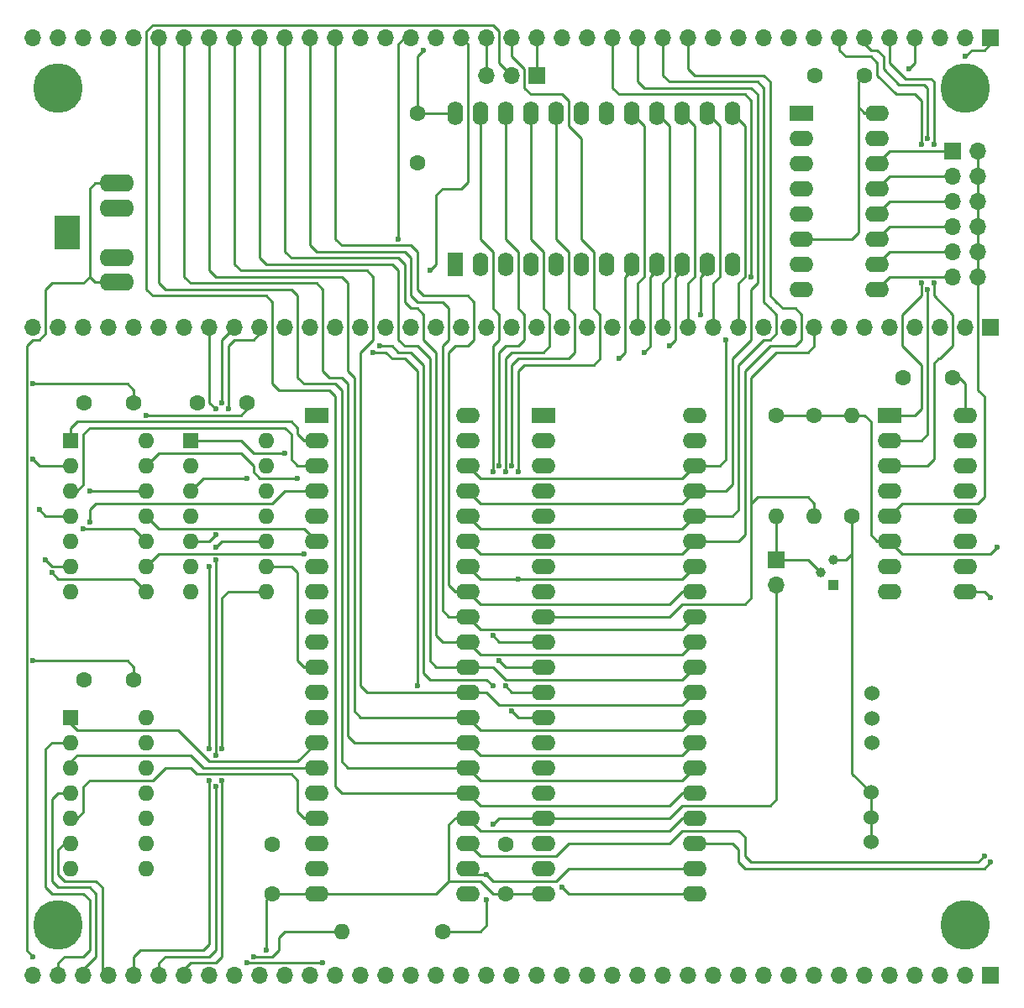
<source format=gtl>
G04 #@! TF.GenerationSoftware,KiCad,Pcbnew,(5.1.5)-3*
G04 #@! TF.CreationDate,2020-10-11T23:01:46+02:00*
G04 #@! TF.ProjectId,PP 6502 Game Board,50502036-3530-4322-9047-616d6520426f,rev?*
G04 #@! TF.SameCoordinates,Original*
G04 #@! TF.FileFunction,Copper,L1,Top*
G04 #@! TF.FilePolarity,Positive*
%FSLAX46Y46*%
G04 Gerber Fmt 4.6, Leading zero omitted, Abs format (unit mm)*
G04 Created by KiCad (PCBNEW (5.1.5)-3) date 2020-10-11 23:01:46*
%MOMM*%
%LPD*%
G04 APERTURE LIST*
%ADD10C,5.000000*%
%ADD11C,1.600000*%
%ADD12R,2.400000X1.600000*%
%ADD13O,2.400000X1.600000*%
%ADD14R,1.700000X1.700000*%
%ADD15O,1.700000X1.700000*%
%ADD16O,1.600000X1.600000*%
%ADD17R,1.600000X1.600000*%
%ADD18R,1.600000X2.400000*%
%ADD19O,1.600000X2.400000*%
%ADD20C,1.000000*%
%ADD21R,1.000000X1.000000*%
%ADD22C,1.524000*%
%ADD23R,2.500000X3.500000*%
%ADD24O,3.500000X1.750000*%
%ADD25C,0.600000*%
%ADD26C,0.250000*%
G04 APERTURE END LIST*
D10*
X104140000Y-140335000D03*
X195580000Y-140335000D03*
X195580000Y-55880000D03*
X104140000Y-55880000D03*
D11*
X125730000Y-137160000D03*
X125730000Y-132160000D03*
X194310000Y-85090000D03*
X189310000Y-85090000D03*
D12*
X179070000Y-58420000D03*
D13*
X186690000Y-76200000D03*
X179070000Y-60960000D03*
X186690000Y-73660000D03*
X179070000Y-63500000D03*
X186690000Y-71120000D03*
X179070000Y-66040000D03*
X186690000Y-68580000D03*
X179070000Y-68580000D03*
X186690000Y-66040000D03*
X179070000Y-71120000D03*
X186690000Y-63500000D03*
X179070000Y-73660000D03*
X186690000Y-60960000D03*
X179070000Y-76200000D03*
X186690000Y-58420000D03*
D12*
X130175000Y-88900000D03*
D13*
X145415000Y-137160000D03*
X130175000Y-91440000D03*
X145415000Y-134620000D03*
X130175000Y-93980000D03*
X145415000Y-132080000D03*
X130175000Y-96520000D03*
X145415000Y-129540000D03*
X130175000Y-99060000D03*
X145415000Y-127000000D03*
X130175000Y-101600000D03*
X145415000Y-124460000D03*
X130175000Y-104140000D03*
X145415000Y-121920000D03*
X130175000Y-106680000D03*
X145415000Y-119380000D03*
X130175000Y-109220000D03*
X145415000Y-116840000D03*
X130175000Y-111760000D03*
X145415000Y-114300000D03*
X130175000Y-114300000D03*
X145415000Y-111760000D03*
X130175000Y-116840000D03*
X145415000Y-109220000D03*
X130175000Y-119380000D03*
X145415000Y-106680000D03*
X130175000Y-121920000D03*
X145415000Y-104140000D03*
X130175000Y-124460000D03*
X145415000Y-101600000D03*
X130175000Y-127000000D03*
X145415000Y-99060000D03*
X130175000Y-129540000D03*
X145415000Y-96520000D03*
X130175000Y-132080000D03*
X145415000Y-93980000D03*
X130175000Y-134620000D03*
X145415000Y-91440000D03*
X130175000Y-137160000D03*
X145415000Y-88900000D03*
D12*
X187960000Y-88900000D03*
D13*
X195580000Y-106680000D03*
X187960000Y-91440000D03*
X195580000Y-104140000D03*
X187960000Y-93980000D03*
X195580000Y-101600000D03*
X187960000Y-96520000D03*
X195580000Y-99060000D03*
X187960000Y-99060000D03*
X195580000Y-96520000D03*
X187960000Y-101600000D03*
X195580000Y-93980000D03*
X187960000Y-104140000D03*
X195580000Y-91440000D03*
X187960000Y-106680000D03*
X195580000Y-88900000D03*
D14*
X152400000Y-54610000D03*
D15*
X149860000Y-54610000D03*
X147320000Y-54610000D03*
D11*
X185420000Y-54610000D03*
X180420000Y-54610000D03*
X111760000Y-87630000D03*
X106760000Y-87630000D03*
X123190000Y-87630000D03*
X118190000Y-87630000D03*
D14*
X194310000Y-62230000D03*
D15*
X196850000Y-62230000D03*
X194310000Y-64770000D03*
X196850000Y-64770000D03*
X194310000Y-67310000D03*
X196850000Y-67310000D03*
X194310000Y-69850000D03*
X196850000Y-69850000D03*
X194310000Y-72390000D03*
X196850000Y-72390000D03*
X194310000Y-74930000D03*
X196850000Y-74930000D03*
D14*
X198120000Y-145415000D03*
D15*
X195580000Y-145415000D03*
X193040000Y-145415000D03*
X190500000Y-145415000D03*
X187960000Y-145415000D03*
X185420000Y-145415000D03*
X182880000Y-145415000D03*
X180340000Y-145415000D03*
X177800000Y-145415000D03*
X175260000Y-145415000D03*
X172720000Y-145415000D03*
X170180000Y-145415000D03*
X167640000Y-145415000D03*
X165100000Y-145415000D03*
X162560000Y-145415000D03*
X160020000Y-145415000D03*
X157480000Y-145415000D03*
X154940000Y-145415000D03*
X152400000Y-145415000D03*
X149860000Y-145415000D03*
X147320000Y-145415000D03*
X144780000Y-145415000D03*
X142240000Y-145415000D03*
X139700000Y-145415000D03*
X137160000Y-145415000D03*
X134620000Y-145415000D03*
X132080000Y-145415000D03*
X129540000Y-145415000D03*
X127000000Y-145415000D03*
X124460000Y-145415000D03*
X121920000Y-145415000D03*
X119380000Y-145415000D03*
X116840000Y-145415000D03*
X114300000Y-145415000D03*
X111760000Y-145415000D03*
X109220000Y-145415000D03*
X106680000Y-145415000D03*
X104140000Y-145415000D03*
X101600000Y-145415000D03*
D14*
X198120000Y-80010000D03*
D15*
X195580000Y-80010000D03*
X193040000Y-80010000D03*
X190500000Y-80010000D03*
X187960000Y-80010000D03*
X185420000Y-80010000D03*
X182880000Y-80010000D03*
X180340000Y-80010000D03*
X177800000Y-80010000D03*
X175260000Y-80010000D03*
X172720000Y-80010000D03*
X170180000Y-80010000D03*
X167640000Y-80010000D03*
X165100000Y-80010000D03*
X162560000Y-80010000D03*
X160020000Y-80010000D03*
X157480000Y-80010000D03*
X154940000Y-80010000D03*
X152400000Y-80010000D03*
X149860000Y-80010000D03*
X147320000Y-80010000D03*
X144780000Y-80010000D03*
X142240000Y-80010000D03*
X139700000Y-80010000D03*
X137160000Y-80010000D03*
X134620000Y-80010000D03*
X132080000Y-80010000D03*
X129540000Y-80010000D03*
X127000000Y-80010000D03*
X124460000Y-80010000D03*
X121920000Y-80010000D03*
X119380000Y-80010000D03*
X116840000Y-80010000D03*
X114300000Y-80010000D03*
X111760000Y-80010000D03*
X109220000Y-80010000D03*
X106680000Y-80010000D03*
X104140000Y-80010000D03*
X101600000Y-80010000D03*
D11*
X180340000Y-88900000D03*
D16*
X180340000Y-99060000D03*
D17*
X105410000Y-91440000D03*
D16*
X113030000Y-106680000D03*
X105410000Y-93980000D03*
X113030000Y-104140000D03*
X105410000Y-96520000D03*
X113030000Y-101600000D03*
X105410000Y-99060000D03*
X113030000Y-99060000D03*
X105410000Y-101600000D03*
X113030000Y-96520000D03*
X105410000Y-104140000D03*
X113030000Y-93980000D03*
X105410000Y-106680000D03*
X113030000Y-91440000D03*
D17*
X117475000Y-91440000D03*
D16*
X125095000Y-106680000D03*
X117475000Y-93980000D03*
X125095000Y-104140000D03*
X117475000Y-96520000D03*
X125095000Y-101600000D03*
X117475000Y-99060000D03*
X125095000Y-99060000D03*
X117475000Y-101600000D03*
X125095000Y-96520000D03*
X117475000Y-104140000D03*
X125095000Y-93980000D03*
X117475000Y-106680000D03*
X125095000Y-91440000D03*
D17*
X105410000Y-119380000D03*
D16*
X113030000Y-134620000D03*
X105410000Y-121920000D03*
X113030000Y-132080000D03*
X105410000Y-124460000D03*
X113030000Y-129540000D03*
X105410000Y-127000000D03*
X113030000Y-127000000D03*
X105410000Y-129540000D03*
X113030000Y-124460000D03*
X105410000Y-132080000D03*
X113030000Y-121920000D03*
X105410000Y-134620000D03*
X113030000Y-119380000D03*
D12*
X153035000Y-88900000D03*
D13*
X168275000Y-137160000D03*
X153035000Y-91440000D03*
X168275000Y-134620000D03*
X153035000Y-93980000D03*
X168275000Y-132080000D03*
X153035000Y-96520000D03*
X168275000Y-129540000D03*
X153035000Y-99060000D03*
X168275000Y-127000000D03*
X153035000Y-101600000D03*
X168275000Y-124460000D03*
X153035000Y-104140000D03*
X168275000Y-121920000D03*
X153035000Y-106680000D03*
X168275000Y-119380000D03*
X153035000Y-109220000D03*
X168275000Y-116840000D03*
X153035000Y-111760000D03*
X168275000Y-114300000D03*
X153035000Y-114300000D03*
X168275000Y-111760000D03*
X153035000Y-116840000D03*
X168275000Y-109220000D03*
X153035000Y-119380000D03*
X168275000Y-106680000D03*
X153035000Y-121920000D03*
X168275000Y-104140000D03*
X153035000Y-124460000D03*
X168275000Y-101600000D03*
X153035000Y-127000000D03*
X168275000Y-99060000D03*
X153035000Y-129540000D03*
X168275000Y-96520000D03*
X153035000Y-132080000D03*
X168275000Y-93980000D03*
X153035000Y-134620000D03*
X168275000Y-91440000D03*
X153035000Y-137160000D03*
X168275000Y-88900000D03*
D18*
X144145000Y-73660000D03*
D19*
X172085000Y-58420000D03*
X146685000Y-73660000D03*
X169545000Y-58420000D03*
X149225000Y-73660000D03*
X167005000Y-58420000D03*
X151765000Y-73660000D03*
X164465000Y-58420000D03*
X154305000Y-73660000D03*
X161925000Y-58420000D03*
X156845000Y-73660000D03*
X159385000Y-58420000D03*
X159385000Y-73660000D03*
X156845000Y-58420000D03*
X161925000Y-73660000D03*
X154305000Y-58420000D03*
X164465000Y-73660000D03*
X151765000Y-58420000D03*
X167005000Y-73660000D03*
X149225000Y-58420000D03*
X169545000Y-73660000D03*
X146685000Y-58420000D03*
X172085000Y-73660000D03*
X144145000Y-58420000D03*
D14*
X198120000Y-50800000D03*
D15*
X195580000Y-50800000D03*
X193040000Y-50800000D03*
X190500000Y-50800000D03*
X187960000Y-50800000D03*
X185420000Y-50800000D03*
X182880000Y-50800000D03*
X180340000Y-50800000D03*
X177800000Y-50800000D03*
X175260000Y-50800000D03*
X172720000Y-50800000D03*
X170180000Y-50800000D03*
X167640000Y-50800000D03*
X165100000Y-50800000D03*
X162560000Y-50800000D03*
X160020000Y-50800000D03*
X157480000Y-50800000D03*
X154940000Y-50800000D03*
X152400000Y-50800000D03*
X149860000Y-50800000D03*
X147320000Y-50800000D03*
X144780000Y-50800000D03*
X142240000Y-50800000D03*
X139700000Y-50800000D03*
X137160000Y-50800000D03*
X134620000Y-50800000D03*
X132080000Y-50800000D03*
X129540000Y-50800000D03*
X127000000Y-50800000D03*
X124460000Y-50800000D03*
X121920000Y-50800000D03*
X119380000Y-50800000D03*
X116840000Y-50800000D03*
X114300000Y-50800000D03*
X111760000Y-50800000D03*
X109220000Y-50800000D03*
X106680000Y-50800000D03*
X104140000Y-50800000D03*
X101600000Y-50800000D03*
D11*
X111760000Y-115570000D03*
X106760000Y-115570000D03*
X149225000Y-137160000D03*
X149225000Y-132160000D03*
D20*
X180975000Y-104775000D03*
X182245000Y-103505000D03*
D21*
X182245000Y-106045000D03*
D11*
X184150000Y-99060000D03*
D16*
X184150000Y-88900000D03*
D11*
X176530000Y-88900000D03*
D16*
X176530000Y-99060000D03*
D22*
X186182000Y-121960000D03*
X186055000Y-126960000D03*
X186182000Y-119460000D03*
X186055000Y-129460000D03*
X186055000Y-131960000D03*
X186182000Y-116960000D03*
D23*
X105084000Y-70485000D03*
D24*
X110090000Y-65485000D03*
X110090000Y-75485000D03*
X110090000Y-67985000D03*
X110090000Y-72985000D03*
D14*
X176530000Y-103505000D03*
D15*
X176530000Y-106045000D03*
D11*
X142875000Y-140970000D03*
D16*
X132715000Y-140970000D03*
D11*
X140335000Y-58420000D03*
X140335000Y-63420000D03*
D25*
X140970000Y-52070000D03*
X125095000Y-142875000D03*
X123190000Y-144145000D03*
X101600000Y-113665000D03*
X113030000Y-88900000D03*
X101600000Y-85725000D03*
X130810000Y-144145000D03*
X198755000Y-102235000D03*
X173990000Y-74930000D03*
X171450000Y-81280000D03*
X147320000Y-135255000D03*
X138430000Y-71120000D03*
X140335000Y-116205000D03*
X135890000Y-82550000D03*
X107315000Y-99695000D03*
X128905000Y-102870000D03*
X128270000Y-95250000D03*
X127000000Y-92710000D03*
X123190000Y-95250000D03*
X120015000Y-100965000D03*
X198120000Y-133985000D03*
X198120000Y-107315000D03*
X147955000Y-111125000D03*
X147955000Y-94615000D03*
X148590000Y-113665000D03*
X148590000Y-93980000D03*
X149225000Y-116205000D03*
X149225000Y-94615000D03*
X149860000Y-118745000D03*
X149860000Y-93980000D03*
X195580000Y-52705000D03*
X189865000Y-53975000D03*
X191135000Y-75565000D03*
X191135000Y-61595000D03*
X191770000Y-76200000D03*
X191770000Y-60960000D03*
X192405000Y-75565000D03*
X192405000Y-61595000D03*
X119380000Y-122555000D03*
X119380000Y-125730000D03*
X119380000Y-104140000D03*
X120015000Y-103505000D03*
X120015000Y-102235000D03*
X120015000Y-126365000D03*
X120015000Y-123190000D03*
X120650000Y-125730000D03*
X120650000Y-122555000D03*
X121285000Y-88265000D03*
X120650000Y-87630000D03*
X120015000Y-88265000D03*
X107315000Y-96520000D03*
X106680000Y-100330000D03*
X103505000Y-104775000D03*
X102870000Y-103505000D03*
X102235000Y-98425000D03*
X101600000Y-93345000D03*
X123825000Y-143510000D03*
X101600000Y-143510000D03*
X147320000Y-137795000D03*
X147955000Y-130175000D03*
X197485000Y-133350000D03*
X168910000Y-78740000D03*
X165735000Y-81915000D03*
X163195000Y-82550000D03*
X160655000Y-83185000D03*
X150495000Y-105410000D03*
X150495000Y-94615000D03*
X154940000Y-136525000D03*
X147955000Y-116205000D03*
X136525000Y-81915000D03*
X141605000Y-74295000D03*
D26*
X140335000Y-58420000D02*
X140335000Y-52705000D01*
X140335000Y-52705000D02*
X140970000Y-52070000D01*
X187960000Y-101600000D02*
X186690000Y-101600000D01*
X185420000Y-88900000D02*
X184150000Y-88900000D01*
X186055000Y-89535000D02*
X185420000Y-88900000D01*
X186055000Y-100965000D02*
X186055000Y-89535000D01*
X186690000Y-101600000D02*
X186055000Y-100965000D01*
X180340000Y-88900000D02*
X184150000Y-88900000D01*
X176530000Y-88900000D02*
X180340000Y-88900000D01*
X144145000Y-135890000D02*
X143510000Y-135890000D01*
X145415000Y-129540000D02*
X144145000Y-129540000D01*
X144145000Y-129540000D02*
X143510000Y-130175000D01*
X143510000Y-130175000D02*
X143510000Y-135890000D01*
X143510000Y-135890000D02*
X142240000Y-137160000D01*
X145415000Y-135890000D02*
X146685000Y-135890000D01*
X146685000Y-135890000D02*
X147955000Y-137160000D01*
X147955000Y-137160000D02*
X149225000Y-137160000D01*
X144145000Y-135890000D02*
X145415000Y-135890000D01*
X130175000Y-137160000D02*
X142240000Y-137160000D01*
X125095000Y-137795000D02*
X125730000Y-137160000D01*
X125095000Y-142875000D02*
X125095000Y-137795000D01*
X123190000Y-144145000D02*
X125730000Y-144145000D01*
X111760000Y-115570000D02*
X111760000Y-114300000D01*
X111125000Y-113665000D02*
X101600000Y-113665000D01*
X111760000Y-114300000D02*
X111125000Y-113665000D01*
X123190000Y-87630000D02*
X123190000Y-88265000D01*
X123190000Y-88265000D02*
X122555000Y-88900000D01*
X122555000Y-88900000D02*
X113030000Y-88900000D01*
X111760000Y-86360000D02*
X111760000Y-87630000D01*
X111125000Y-85725000D02*
X111760000Y-86360000D01*
X101600000Y-85725000D02*
X111125000Y-85725000D01*
X125730000Y-144145000D02*
X130810000Y-144145000D01*
X145415000Y-129540000D02*
X146685000Y-130810000D01*
X167005000Y-129540000D02*
X168275000Y-129540000D01*
X165735000Y-130810000D02*
X167005000Y-129540000D01*
X146685000Y-130810000D02*
X165735000Y-130810000D01*
X149225000Y-137160000D02*
X153035000Y-137160000D01*
X125730000Y-137160000D02*
X130175000Y-137160000D01*
X144145000Y-58420000D02*
X142240000Y-58420000D01*
X142240000Y-58420000D02*
X140335000Y-58420000D01*
X186690000Y-58420000D02*
X185420000Y-58420000D01*
X185420000Y-58420000D02*
X184785000Y-57785000D01*
X184785000Y-58420000D02*
X184785000Y-57785000D01*
X184785000Y-57785000D02*
X184785000Y-55245000D01*
X184785000Y-55245000D02*
X185420000Y-54610000D01*
X184150000Y-71120000D02*
X179070000Y-71120000D01*
X184785000Y-70485000D02*
X184150000Y-71120000D01*
X184785000Y-58420000D02*
X184785000Y-70485000D01*
X187960000Y-101600000D02*
X189230000Y-102870000D01*
X198120000Y-102870000D02*
X198755000Y-102235000D01*
X189230000Y-102870000D02*
X198120000Y-102870000D01*
X194310000Y-85090000D02*
X194945000Y-85090000D01*
X194945000Y-85090000D02*
X195580000Y-85725000D01*
X195580000Y-85725000D02*
X195580000Y-88900000D01*
X172720000Y-101600000D02*
X173355000Y-100965000D01*
X178435000Y-81915000D02*
X179070000Y-81280000D01*
X175895000Y-81915000D02*
X178435000Y-81915000D01*
X173355000Y-84455000D02*
X175895000Y-81915000D01*
X173355000Y-100965000D02*
X173355000Y-84455000D01*
X179070000Y-78740000D02*
X179070000Y-81280000D01*
X178435000Y-78105000D02*
X179070000Y-78740000D01*
X176530000Y-77470000D02*
X177165000Y-78105000D01*
X177165000Y-78105000D02*
X178435000Y-78105000D01*
X168275000Y-101600000D02*
X172720000Y-101600000D01*
X175895000Y-75565000D02*
X175895000Y-76835000D01*
X167640000Y-53975000D02*
X168275000Y-54610000D01*
X168275000Y-54610000D02*
X175260000Y-54610000D01*
X175260000Y-54610000D02*
X175895000Y-55245000D01*
X175895000Y-55245000D02*
X175895000Y-75565000D01*
X167640000Y-53975000D02*
X167640000Y-50800000D01*
X175895000Y-76835000D02*
X176530000Y-77470000D01*
X168275000Y-101600000D02*
X167005000Y-102870000D01*
X146685000Y-102870000D02*
X145415000Y-101600000D01*
X167005000Y-102870000D02*
X146685000Y-102870000D01*
X175895000Y-81280000D02*
X176530000Y-80645000D01*
X175895000Y-81280000D02*
X175260000Y-81280000D01*
X172720000Y-98425000D02*
X172085000Y-99060000D01*
X172720000Y-83820000D02*
X172720000Y-98425000D01*
X175260000Y-81280000D02*
X172720000Y-83820000D01*
X176530000Y-78740000D02*
X175895000Y-78105000D01*
X176530000Y-80645000D02*
X176530000Y-78740000D01*
X165100000Y-54610000D02*
X165735000Y-55245000D01*
X175260000Y-76835000D02*
X175260000Y-77470000D01*
X175260000Y-77470000D02*
X175895000Y-78105000D01*
X165100000Y-50800000D02*
X165100000Y-54610000D01*
X175260000Y-55880000D02*
X175260000Y-76835000D01*
X174625000Y-55245000D02*
X175260000Y-55880000D01*
X165735000Y-55245000D02*
X174625000Y-55245000D01*
X172085000Y-99060000D02*
X168275000Y-99060000D01*
X145415000Y-99060000D02*
X146685000Y-100330000D01*
X167005000Y-100330000D02*
X168275000Y-99060000D01*
X146685000Y-100330000D02*
X167005000Y-100330000D01*
X173355000Y-81915000D02*
X172085000Y-83185000D01*
X173990000Y-81280000D02*
X173355000Y-81915000D01*
X172085000Y-95885000D02*
X171450000Y-96520000D01*
X172085000Y-83185000D02*
X172085000Y-95885000D01*
X173990000Y-76200000D02*
X174625000Y-75565000D01*
X173990000Y-81280000D02*
X173990000Y-76200000D01*
X168275000Y-96520000D02*
X171450000Y-96520000D01*
X162560000Y-55245000D02*
X163195000Y-55880000D01*
X174625000Y-58420000D02*
X174625000Y-75565000D01*
X162560000Y-50800000D02*
X162560000Y-55245000D01*
X174625000Y-56515000D02*
X174625000Y-58420000D01*
X173990000Y-55880000D02*
X174625000Y-56515000D01*
X163195000Y-55880000D02*
X173990000Y-55880000D01*
X168275000Y-96520000D02*
X167005000Y-97790000D01*
X146685000Y-97790000D02*
X145415000Y-96520000D01*
X167005000Y-97790000D02*
X146685000Y-97790000D01*
X171450000Y-81280000D02*
X171450000Y-93345000D01*
X171450000Y-93345000D02*
X170815000Y-93980000D01*
X160020000Y-55880000D02*
X160655000Y-56515000D01*
X173990000Y-57785000D02*
X173990000Y-57150000D01*
X173355000Y-56515000D02*
X172720000Y-56515000D01*
X173990000Y-57150000D02*
X173355000Y-56515000D01*
X160020000Y-50800000D02*
X160020000Y-55880000D01*
X173990000Y-57785000D02*
X173990000Y-74930000D01*
X160655000Y-56515000D02*
X172720000Y-56515000D01*
X170815000Y-93980000D02*
X168275000Y-93980000D01*
X146685000Y-95250000D02*
X167005000Y-95250000D01*
X167005000Y-95250000D02*
X168275000Y-93980000D01*
X145415000Y-93980000D02*
X146685000Y-95250000D01*
X147320000Y-135255000D02*
X147955000Y-135890000D01*
X155575000Y-134620000D02*
X154305000Y-135890000D01*
X155575000Y-134620000D02*
X168275000Y-134620000D01*
X147955000Y-135890000D02*
X154305000Y-135890000D01*
X146050000Y-135255000D02*
X147320000Y-135255000D01*
X146050000Y-135255000D02*
X145415000Y-134620000D01*
X138430000Y-52705000D02*
X138430000Y-71120000D01*
X138430000Y-51435000D02*
X138430000Y-52705000D01*
X139700000Y-50800000D02*
X139065000Y-50800000D01*
X139065000Y-50800000D02*
X138430000Y-51435000D01*
X140335000Y-85725000D02*
X140335000Y-116205000D01*
X135890000Y-82550000D02*
X137160000Y-82550000D01*
X137160000Y-82550000D02*
X137795000Y-83185000D01*
X137795000Y-83185000D02*
X139065000Y-83185000D01*
X140335000Y-84455000D02*
X140335000Y-85725000D01*
X139065000Y-83185000D02*
X140335000Y-84455000D01*
X168275000Y-106680000D02*
X167005000Y-106680000D01*
X167005000Y-106680000D02*
X165735000Y-107950000D01*
X146685000Y-107950000D02*
X145415000Y-106680000D01*
X165735000Y-107950000D02*
X146685000Y-107950000D01*
X144145000Y-106680000D02*
X145415000Y-106680000D01*
X143510000Y-106045000D02*
X144145000Y-106680000D01*
X143510000Y-82550000D02*
X143510000Y-106045000D01*
X144145000Y-81915000D02*
X143510000Y-82550000D01*
X140335000Y-72390000D02*
X140335000Y-76200000D01*
X132715000Y-71755000D02*
X139700000Y-71755000D01*
X140335000Y-76200000D02*
X140970000Y-76835000D01*
X132080000Y-50800000D02*
X132080000Y-71120000D01*
X132080000Y-71120000D02*
X132715000Y-71755000D01*
X140970000Y-76835000D02*
X145415000Y-76835000D01*
X145415000Y-76835000D02*
X146050000Y-77470000D01*
X146050000Y-77470000D02*
X146050000Y-81280000D01*
X139700000Y-71755000D02*
X140335000Y-72390000D01*
X146050000Y-81280000D02*
X145415000Y-81915000D01*
X145415000Y-81915000D02*
X144145000Y-81915000D01*
X145415000Y-109220000D02*
X146685000Y-110490000D01*
X167005000Y-110490000D02*
X168275000Y-109220000D01*
X146685000Y-110490000D02*
X167005000Y-110490000D01*
X129540000Y-71755000D02*
X129540000Y-50800000D01*
X142875000Y-81915000D02*
X143510000Y-81280000D01*
X142875000Y-108585000D02*
X142875000Y-81915000D01*
X130175000Y-72390000D02*
X129540000Y-71755000D01*
X143510000Y-81280000D02*
X143510000Y-78105000D01*
X139065000Y-72390000D02*
X130175000Y-72390000D01*
X143510000Y-78105000D02*
X142875000Y-77470000D01*
X143510000Y-109220000D02*
X142875000Y-108585000D01*
X139700000Y-76835000D02*
X139700000Y-73025000D01*
X145415000Y-109220000D02*
X143510000Y-109220000D01*
X142875000Y-77470000D02*
X140335000Y-77470000D01*
X140335000Y-77470000D02*
X139700000Y-76835000D01*
X139700000Y-73025000D02*
X139065000Y-72390000D01*
X168275000Y-111760000D02*
X167005000Y-113030000D01*
X146685000Y-113030000D02*
X145415000Y-111760000D01*
X167005000Y-113030000D02*
X146685000Y-113030000D01*
X142875000Y-111760000D02*
X145415000Y-111760000D01*
X142240000Y-111125000D02*
X142875000Y-111760000D01*
X139065000Y-73660000D02*
X139065000Y-77470000D01*
X138430000Y-73025000D02*
X139065000Y-73660000D01*
X127635000Y-73025000D02*
X138430000Y-73025000D01*
X140970000Y-81280000D02*
X142240000Y-82550000D01*
X127000000Y-50800000D02*
X127000000Y-72390000D01*
X139065000Y-77470000D02*
X139700000Y-78105000D01*
X140335000Y-78105000D02*
X140970000Y-78740000D01*
X127000000Y-72390000D02*
X127635000Y-73025000D01*
X139700000Y-78105000D02*
X140335000Y-78105000D01*
X140970000Y-78740000D02*
X140970000Y-81280000D01*
X142240000Y-82550000D02*
X142240000Y-111125000D01*
X167005000Y-115570000D02*
X168275000Y-114300000D01*
X149225000Y-115570000D02*
X167005000Y-115570000D01*
X147955000Y-114300000D02*
X149225000Y-115570000D01*
X145415000Y-114300000D02*
X147955000Y-114300000D01*
X124460000Y-73025000D02*
X124460000Y-50800000D01*
X137795000Y-73660000D02*
X125095000Y-73660000D01*
X138430000Y-81280000D02*
X138430000Y-74295000D01*
X139065000Y-81915000D02*
X138430000Y-81280000D01*
X142240000Y-114300000D02*
X141605000Y-113665000D01*
X141605000Y-83185000D02*
X140335000Y-81915000D01*
X125095000Y-73660000D02*
X124460000Y-73025000D01*
X138430000Y-74295000D02*
X137795000Y-73660000D01*
X140335000Y-81915000D02*
X139065000Y-81915000D01*
X145415000Y-114300000D02*
X142240000Y-114300000D01*
X141605000Y-113665000D02*
X141605000Y-83185000D01*
X134620000Y-85090000D02*
X134620000Y-82550000D01*
X134620000Y-82550000D02*
X135890000Y-81280000D01*
X145415000Y-116840000D02*
X135255000Y-116840000D01*
X121920000Y-73660000D02*
X121920000Y-50800000D01*
X122555000Y-74295000D02*
X121920000Y-73660000D01*
X135255000Y-74295000D02*
X122555000Y-74295000D01*
X135890000Y-74930000D02*
X135255000Y-74295000D01*
X135890000Y-81280000D02*
X135890000Y-74930000D01*
X134620000Y-116205000D02*
X134620000Y-85090000D01*
X135255000Y-116840000D02*
X134620000Y-116205000D01*
X148590000Y-118110000D02*
X147320000Y-116840000D01*
X167005000Y-118110000D02*
X148590000Y-118110000D01*
X147320000Y-116840000D02*
X145415000Y-116840000D01*
X168275000Y-116840000D02*
X167005000Y-118110000D01*
X119380000Y-50800000D02*
X119380000Y-74295000D01*
X134620000Y-119380000D02*
X145415000Y-119380000D01*
X133985000Y-118745000D02*
X134620000Y-119380000D01*
X133985000Y-85090000D02*
X133985000Y-118745000D01*
X133350000Y-84455000D02*
X133985000Y-85090000D01*
X133350000Y-75565000D02*
X133350000Y-84455000D01*
X132715000Y-74930000D02*
X133350000Y-75565000D01*
X120015000Y-74930000D02*
X132715000Y-74930000D01*
X119380000Y-74295000D02*
X120015000Y-74930000D01*
X145415000Y-119380000D02*
X146685000Y-120650000D01*
X167005000Y-120650000D02*
X168275000Y-119380000D01*
X146685000Y-120650000D02*
X167005000Y-120650000D01*
X145415000Y-121920000D02*
X133985000Y-121920000D01*
X116840000Y-74930000D02*
X116840000Y-50800000D01*
X117475000Y-75565000D02*
X116840000Y-74930000D01*
X130175000Y-75565000D02*
X117475000Y-75565000D01*
X130810000Y-76200000D02*
X130175000Y-75565000D01*
X130810000Y-84455000D02*
X130810000Y-76200000D01*
X131445000Y-85090000D02*
X130810000Y-84455000D01*
X132715000Y-85090000D02*
X131445000Y-85090000D01*
X133350000Y-85725000D02*
X132715000Y-85090000D01*
X133350000Y-121285000D02*
X133350000Y-85725000D01*
X133985000Y-121920000D02*
X133350000Y-121285000D01*
X168275000Y-121920000D02*
X167005000Y-123190000D01*
X146685000Y-123190000D02*
X145415000Y-121920000D01*
X167005000Y-123190000D02*
X146685000Y-123190000D01*
X114300000Y-50800000D02*
X114300000Y-75565000D01*
X133350000Y-124460000D02*
X145415000Y-124460000D01*
X132715000Y-123825000D02*
X133350000Y-124460000D01*
X132715000Y-86360000D02*
X132715000Y-123825000D01*
X132080000Y-85725000D02*
X132715000Y-86360000D01*
X128905000Y-85725000D02*
X132080000Y-85725000D01*
X128270000Y-85090000D02*
X128905000Y-85725000D01*
X128270000Y-76835000D02*
X128270000Y-85090000D01*
X127635000Y-76200000D02*
X128270000Y-76835000D01*
X114935000Y-76200000D02*
X127635000Y-76200000D01*
X114300000Y-75565000D02*
X114935000Y-76200000D01*
X145415000Y-124460000D02*
X146685000Y-125730000D01*
X167005000Y-125730000D02*
X168275000Y-124460000D01*
X146685000Y-125730000D02*
X167005000Y-125730000D01*
X194310000Y-62230000D02*
X187960000Y-62230000D01*
X187960000Y-62230000D02*
X186690000Y-63500000D01*
X196850000Y-74930000D02*
X196850000Y-86360000D01*
X189230000Y-97790000D02*
X187960000Y-99060000D01*
X196850000Y-97790000D02*
X189230000Y-97790000D01*
X197485000Y-97155000D02*
X196850000Y-97790000D01*
X197485000Y-86995000D02*
X197485000Y-97155000D01*
X196850000Y-86360000D02*
X197485000Y-86995000D01*
X196850000Y-64770000D02*
X196850000Y-62230000D01*
X196850000Y-67310000D02*
X196850000Y-64770000D01*
X196850000Y-69850000D02*
X196850000Y-67310000D01*
X196850000Y-72390000D02*
X196850000Y-69850000D01*
X196850000Y-74930000D02*
X196850000Y-72390000D01*
X194310000Y-64770000D02*
X187960000Y-64770000D01*
X187960000Y-64770000D02*
X186690000Y-66040000D01*
X194310000Y-67310000D02*
X187960000Y-67310000D01*
X187960000Y-67310000D02*
X186690000Y-68580000D01*
X194310000Y-69850000D02*
X187960000Y-69850000D01*
X187960000Y-69850000D02*
X186690000Y-71120000D01*
X194310000Y-72390000D02*
X187960000Y-72390000D01*
X187960000Y-72390000D02*
X186690000Y-73660000D01*
X194310000Y-74930000D02*
X187960000Y-74930000D01*
X187960000Y-74930000D02*
X186690000Y-76200000D01*
X168275000Y-127000000D02*
X167005000Y-127000000D01*
X167005000Y-127000000D02*
X165735000Y-128270000D01*
X148590000Y-50165000D02*
X147955000Y-49530000D01*
X113665000Y-49530000D02*
X113030000Y-50165000D01*
X147955000Y-49530000D02*
X113665000Y-49530000D01*
X113030000Y-60960000D02*
X113030000Y-76200000D01*
X132715000Y-127000000D02*
X132080000Y-126365000D01*
X132080000Y-126365000D02*
X132080000Y-86995000D01*
X132080000Y-86995000D02*
X131445000Y-86360000D01*
X131445000Y-86360000D02*
X126365000Y-86360000D01*
X126365000Y-86360000D02*
X125730000Y-85725000D01*
X125730000Y-85725000D02*
X125730000Y-77470000D01*
X145415000Y-127000000D02*
X132715000Y-127000000D01*
X148590000Y-53340000D02*
X148590000Y-50165000D01*
X113030000Y-50165000D02*
X113030000Y-60960000D01*
X148590000Y-53340000D02*
X149860000Y-54610000D01*
X125095000Y-76835000D02*
X125730000Y-77470000D01*
X113665000Y-76835000D02*
X125095000Y-76835000D01*
X113030000Y-76200000D02*
X113665000Y-76835000D01*
X145415000Y-127000000D02*
X146685000Y-128270000D01*
X146685000Y-128270000D02*
X165735000Y-128270000D01*
X128270000Y-90170000D02*
X127635000Y-89535000D01*
X127635000Y-89535000D02*
X106045000Y-89535000D01*
X106045000Y-89535000D02*
X105410000Y-90170000D01*
X105410000Y-91440000D02*
X105410000Y-90170000D01*
X128905000Y-91440000D02*
X130175000Y-91440000D01*
X128270000Y-90805000D02*
X128905000Y-91440000D01*
X128270000Y-90170000D02*
X128270000Y-90805000D01*
X127000000Y-90170000D02*
X127635000Y-90805000D01*
X106680000Y-90805000D02*
X107315000Y-90170000D01*
X106045000Y-96520000D02*
X106680000Y-95885000D01*
X106680000Y-95885000D02*
X106680000Y-90805000D01*
X107315000Y-90170000D02*
X127000000Y-90170000D01*
X127635000Y-91440000D02*
X127635000Y-93345000D01*
X128270000Y-93980000D02*
X128905000Y-93980000D01*
X127635000Y-93345000D02*
X128270000Y-93980000D01*
X127635000Y-90805000D02*
X127635000Y-91440000D01*
X128905000Y-93980000D02*
X130175000Y-93980000D01*
X105410000Y-96520000D02*
X106045000Y-96520000D01*
X130175000Y-96520000D02*
X127000000Y-96520000D01*
X127000000Y-96520000D02*
X125730000Y-97790000D01*
X125730000Y-97790000D02*
X107950000Y-97790000D01*
X107315000Y-98425000D02*
X107315000Y-99695000D01*
X107950000Y-97790000D02*
X107315000Y-98425000D01*
X114300000Y-102870000D02*
X113030000Y-104140000D01*
X128905000Y-102870000D02*
X114300000Y-102870000D01*
X113030000Y-99060000D02*
X114300000Y-100330000D01*
X128905000Y-100330000D02*
X130175000Y-101600000D01*
X114300000Y-100330000D02*
X128905000Y-100330000D01*
X123190000Y-93345000D02*
X123825000Y-93980000D01*
X123825000Y-94615000D02*
X124460000Y-95250000D01*
X123825000Y-93980000D02*
X123825000Y-94615000D01*
X122555000Y-92710000D02*
X123190000Y-93345000D01*
X114300000Y-92710000D02*
X122555000Y-92710000D01*
X113030000Y-93980000D02*
X114300000Y-92710000D01*
X124460000Y-95250000D02*
X128270000Y-95250000D01*
X117475000Y-91440000D02*
X122555000Y-91440000D01*
X123825000Y-92710000D02*
X127000000Y-92710000D01*
X122555000Y-91440000D02*
X123825000Y-92710000D01*
X123190000Y-95250000D02*
X118745000Y-95250000D01*
X118745000Y-95250000D02*
X117475000Y-96520000D01*
X120015000Y-100965000D02*
X119380000Y-101600000D01*
X117475000Y-101600000D02*
X119380000Y-101600000D01*
X125095000Y-104140000D02*
X127635000Y-104140000D01*
X128905000Y-114300000D02*
X130175000Y-114300000D01*
X128270000Y-113665000D02*
X128905000Y-114300000D01*
X128270000Y-104775000D02*
X128270000Y-113665000D01*
X127635000Y-104140000D02*
X128270000Y-104775000D01*
X118745000Y-123190000D02*
X116205000Y-120650000D01*
X113665000Y-120650000D02*
X116205000Y-120650000D01*
X106680000Y-120650000D02*
X106045000Y-120650000D01*
X106045000Y-120650000D02*
X105410000Y-120015000D01*
X113665000Y-120650000D02*
X106680000Y-120650000D01*
X118745000Y-123190000D02*
X119380000Y-123825000D01*
X105410000Y-120015000D02*
X105410000Y-119380000D01*
X128270000Y-123825000D02*
X130175000Y-121920000D01*
X119380000Y-123825000D02*
X128270000Y-123825000D01*
X118745000Y-124460000D02*
X118110000Y-123825000D01*
X117475000Y-123190000D02*
X114300000Y-123190000D01*
X118110000Y-123825000D02*
X117475000Y-123190000D01*
X106680000Y-123190000D02*
X106045000Y-123190000D01*
X106045000Y-123190000D02*
X105410000Y-123825000D01*
X105410000Y-123825000D02*
X105410000Y-124460000D01*
X113665000Y-123190000D02*
X114300000Y-123190000D01*
X106680000Y-123190000D02*
X113665000Y-123190000D01*
X130175000Y-124460000D02*
X118745000Y-124460000D01*
X113665000Y-125730000D02*
X114935000Y-124460000D01*
X117475000Y-124460000D02*
X118110000Y-125095000D01*
X114935000Y-124460000D02*
X117475000Y-124460000D01*
X107315000Y-125730000D02*
X106680000Y-126365000D01*
X106680000Y-128905000D02*
X106045000Y-129540000D01*
X106680000Y-126365000D02*
X106680000Y-128905000D01*
X106045000Y-129540000D02*
X105410000Y-129540000D01*
X128270000Y-125730000D02*
X128270000Y-126365000D01*
X127635000Y-125095000D02*
X128270000Y-125730000D01*
X118110000Y-125095000D02*
X127635000Y-125095000D01*
X128270000Y-128270000D02*
X128270000Y-128905000D01*
X128270000Y-128270000D02*
X128270000Y-126365000D01*
X128270000Y-128905000D02*
X128905000Y-129540000D01*
X128905000Y-129540000D02*
X130175000Y-129540000D01*
X104775000Y-129540000D02*
X105410000Y-129540000D01*
X113665000Y-125730000D02*
X107315000Y-125730000D01*
X172720000Y-133985000D02*
X173355000Y-134620000D01*
X197485000Y-134620000D02*
X173355000Y-134620000D01*
X197485000Y-134620000D02*
X198120000Y-133985000D01*
X168275000Y-132080000D02*
X171450000Y-132080000D01*
X197485000Y-106680000D02*
X198120000Y-107315000D01*
X197485000Y-106680000D02*
X195580000Y-106680000D01*
X172085000Y-132080000D02*
X171450000Y-132080000D01*
X172720000Y-132715000D02*
X172085000Y-132080000D01*
X172720000Y-133985000D02*
X172720000Y-132715000D01*
X147955000Y-111125000D02*
X148590000Y-111760000D01*
X148590000Y-111760000D02*
X153035000Y-111760000D01*
X147955000Y-81915000D02*
X147955000Y-94615000D01*
X147955000Y-72390000D02*
X147955000Y-78105000D01*
X146685000Y-58420000D02*
X146685000Y-71120000D01*
X146685000Y-71120000D02*
X147955000Y-72390000D01*
X147955000Y-78105000D02*
X148590000Y-78740000D01*
X148590000Y-78740000D02*
X148590000Y-81280000D01*
X148590000Y-81280000D02*
X147955000Y-81915000D01*
X149225000Y-114300000D02*
X148590000Y-113665000D01*
X149225000Y-114300000D02*
X153035000Y-114300000D01*
X150495000Y-72390000D02*
X150495000Y-78105000D01*
X149225000Y-71120000D02*
X150495000Y-72390000D01*
X151130000Y-81280000D02*
X150495000Y-81915000D01*
X150495000Y-78105000D02*
X151130000Y-78740000D01*
X149225000Y-58420000D02*
X149225000Y-71120000D01*
X151130000Y-78740000D02*
X151130000Y-81280000D01*
X150495000Y-81915000D02*
X149225000Y-81915000D01*
X149225000Y-81915000D02*
X148590000Y-82550000D01*
X148590000Y-93980000D02*
X148590000Y-82550000D01*
X149225000Y-116205000D02*
X149860000Y-116840000D01*
X149860000Y-116840000D02*
X153035000Y-116840000D01*
X149860000Y-82550000D02*
X149225000Y-83185000D01*
X153670000Y-78740000D02*
X153670000Y-81915000D01*
X153035000Y-82550000D02*
X149860000Y-82550000D01*
X153035000Y-78105000D02*
X153670000Y-78740000D01*
X151765000Y-71120000D02*
X153035000Y-72390000D01*
X149225000Y-83185000D02*
X149225000Y-94615000D01*
X151765000Y-58420000D02*
X151765000Y-71120000D01*
X153670000Y-81915000D02*
X153035000Y-82550000D01*
X153035000Y-72390000D02*
X153035000Y-78105000D01*
X149860000Y-118745000D02*
X150495000Y-119380000D01*
X150495000Y-119380000D02*
X153035000Y-119380000D01*
X156210000Y-82550000D02*
X155575000Y-83185000D01*
X155575000Y-78105000D02*
X156210000Y-78740000D01*
X155575000Y-72390000D02*
X155575000Y-78105000D01*
X149860000Y-83820000D02*
X149860000Y-93980000D01*
X155575000Y-83185000D02*
X150495000Y-83185000D01*
X150495000Y-83185000D02*
X149860000Y-83820000D01*
X156210000Y-78740000D02*
X156210000Y-82550000D01*
X154305000Y-71120000D02*
X155575000Y-72390000D01*
X154305000Y-58420000D02*
X154305000Y-71120000D01*
X195580000Y-52705000D02*
X196215000Y-52070000D01*
X197485000Y-52070000D02*
X198120000Y-51435000D01*
X196215000Y-52070000D02*
X197485000Y-52070000D01*
X198120000Y-51435000D02*
X198120000Y-50800000D01*
X189865000Y-53975000D02*
X190500000Y-53340000D01*
X190500000Y-53340000D02*
X190500000Y-50800000D01*
X191135000Y-76835000D02*
X189230000Y-78740000D01*
X189230000Y-78740000D02*
X189230000Y-79375000D01*
X188595000Y-56515000D02*
X190500000Y-56515000D01*
X191135000Y-75565000D02*
X191135000Y-76835000D01*
X191135000Y-57150000D02*
X191135000Y-61595000D01*
X190500000Y-56515000D02*
X191135000Y-57150000D01*
X189865000Y-88900000D02*
X190500000Y-88900000D01*
X191135000Y-83820000D02*
X190500000Y-83185000D01*
X191135000Y-88265000D02*
X191135000Y-83820000D01*
X190500000Y-88900000D02*
X191135000Y-88265000D01*
X186690000Y-53975000D02*
X186690000Y-54610000D01*
X182880000Y-52070000D02*
X183515000Y-52705000D01*
X183515000Y-52705000D02*
X186055000Y-52705000D01*
X186055000Y-52705000D02*
X186690000Y-53340000D01*
X186690000Y-53340000D02*
X186690000Y-53975000D01*
X182880000Y-50800000D02*
X182880000Y-52070000D01*
X186690000Y-54610000D02*
X188595000Y-56515000D01*
X189865000Y-88900000D02*
X187960000Y-88900000D01*
X189230000Y-81915000D02*
X190500000Y-83185000D01*
X189230000Y-81280000D02*
X189230000Y-81915000D01*
X189230000Y-79375000D02*
X189230000Y-81280000D01*
X188912500Y-55562500D02*
X191452500Y-55562500D01*
X191770000Y-76200000D02*
X191770000Y-78740000D01*
X191770000Y-55880000D02*
X191770000Y-60960000D01*
X191452500Y-55562500D02*
X191770000Y-55880000D01*
X191135000Y-91440000D02*
X191770000Y-90805000D01*
X187960000Y-91440000D02*
X191135000Y-91440000D01*
X191770000Y-90805000D02*
X191770000Y-78740000D01*
X185420000Y-50800000D02*
X185420000Y-51435000D01*
X185420000Y-51435000D02*
X186055000Y-52070000D01*
X187325000Y-52705000D02*
X187325000Y-53975000D01*
X186690000Y-52070000D02*
X187325000Y-52705000D01*
X186055000Y-52070000D02*
X186690000Y-52070000D01*
X187325000Y-53975000D02*
X188912500Y-55562500D01*
X191452500Y-54927500D02*
X192087500Y-54927500D01*
X192405000Y-75565000D02*
X192405000Y-76835000D01*
X192405000Y-55245000D02*
X192405000Y-61595000D01*
X192087500Y-54927500D02*
X192405000Y-55245000D01*
X189547500Y-54927500D02*
X191452500Y-54927500D01*
X192405000Y-76835000D02*
X194310000Y-78740000D01*
X193040000Y-83185000D02*
X192855002Y-83185000D01*
X192405000Y-93345000D02*
X191770000Y-93980000D01*
X192405000Y-83635002D02*
X192405000Y-93345000D01*
X192855002Y-83185000D02*
X192405000Y-83635002D01*
X191770000Y-93980000D02*
X187960000Y-93980000D01*
X194310000Y-81915000D02*
X193040000Y-83185000D01*
X194310000Y-78740000D02*
X194310000Y-81915000D01*
X187960000Y-53340000D02*
X189547500Y-54927500D01*
X187960000Y-50800000D02*
X187960000Y-53340000D01*
X184150000Y-102870000D02*
X184150000Y-125055000D01*
X184150000Y-125055000D02*
X186055000Y-126960000D01*
X184150000Y-99060000D02*
X184150000Y-102870000D01*
X183515000Y-103505000D02*
X182245000Y-103505000D01*
X184150000Y-102870000D02*
X183515000Y-103505000D01*
X186055000Y-129460000D02*
X186055000Y-126960000D01*
X186055000Y-131960000D02*
X186055000Y-129460000D01*
X105410000Y-132080000D02*
X104775000Y-132080000D01*
X104775000Y-132080000D02*
X104140000Y-132715000D01*
X104140000Y-132715000D02*
X104140000Y-135255000D01*
X104140000Y-135255000D02*
X104775000Y-135890000D01*
X104775000Y-135890000D02*
X107950000Y-135890000D01*
X107950000Y-135890000D02*
X108585000Y-136525000D01*
X108585000Y-136525000D02*
X108585000Y-144780000D01*
X108585000Y-144780000D02*
X109220000Y-145415000D01*
X105410000Y-127000000D02*
X104140000Y-127000000D01*
X107315000Y-136525000D02*
X107950000Y-137160000D01*
X104140000Y-136525000D02*
X107315000Y-136525000D01*
X103505000Y-135890000D02*
X104140000Y-136525000D01*
X103505000Y-127635000D02*
X103505000Y-135890000D01*
X104140000Y-127000000D02*
X103505000Y-127635000D01*
X106680000Y-145415000D02*
X106680000Y-144780000D01*
X106680000Y-144780000D02*
X107950000Y-143510000D01*
X107950000Y-143510000D02*
X107950000Y-137160000D01*
X107315000Y-137795000D02*
X106680000Y-137160000D01*
X103505000Y-121920000D02*
X105410000Y-121920000D01*
X102870000Y-122555000D02*
X103505000Y-121920000D01*
X102870000Y-136525000D02*
X102870000Y-122555000D01*
X103505000Y-137160000D02*
X102870000Y-136525000D01*
X106680000Y-137160000D02*
X103505000Y-137160000D01*
X107315000Y-139065000D02*
X107315000Y-137795000D01*
X104140000Y-144145000D02*
X104775000Y-143510000D01*
X104775000Y-143510000D02*
X106680000Y-143510000D01*
X106680000Y-143510000D02*
X107315000Y-142875000D01*
X107315000Y-142875000D02*
X107315000Y-139065000D01*
X104140000Y-145415000D02*
X104140000Y-144145000D01*
X119380000Y-139700000D02*
X119380000Y-142240000D01*
X119380000Y-125730000D02*
X119380000Y-139700000D01*
X119380000Y-104140000D02*
X119380000Y-122555000D01*
X111760000Y-143510000D02*
X111760000Y-145415000D01*
X112395000Y-142875000D02*
X111760000Y-143510000D01*
X118745000Y-142875000D02*
X112395000Y-142875000D01*
X119380000Y-142240000D02*
X118745000Y-142875000D01*
X120650000Y-101600000D02*
X120015000Y-102235000D01*
X125095000Y-101600000D02*
X120650000Y-101600000D01*
X114300000Y-144145000D02*
X114935000Y-143510000D01*
X114935000Y-143510000D02*
X119380000Y-143510000D01*
X119380000Y-143510000D02*
X120015000Y-142875000D01*
X120015000Y-142875000D02*
X120015000Y-126365000D01*
X114300000Y-144145000D02*
X114300000Y-145415000D01*
X120015000Y-123190000D02*
X120015000Y-103505000D01*
X125095000Y-101600000D02*
X124460000Y-101600000D01*
X125095000Y-106680000D02*
X121285000Y-106680000D01*
X117475000Y-144145000D02*
X116840000Y-144780000D01*
X120015000Y-144145000D02*
X117475000Y-144145000D01*
X120650000Y-143510000D02*
X120015000Y-144145000D01*
X120650000Y-125730000D02*
X120650000Y-143510000D01*
X120650000Y-107315000D02*
X120650000Y-122555000D01*
X121285000Y-106680000D02*
X120650000Y-107315000D01*
X116840000Y-144780000D02*
X116840000Y-145415000D01*
X124460000Y-80010000D02*
X124460000Y-80645000D01*
X124460000Y-80645000D02*
X123825000Y-81280000D01*
X121285000Y-81915000D02*
X121285000Y-88265000D01*
X121920000Y-81280000D02*
X121285000Y-81915000D01*
X123825000Y-81280000D02*
X121920000Y-81280000D01*
X120650000Y-86995000D02*
X120650000Y-81280000D01*
X120650000Y-81280000D02*
X121920000Y-80010000D01*
X120650000Y-86995000D02*
X120650000Y-87630000D01*
X119380000Y-80010000D02*
X119380000Y-87630000D01*
X119380000Y-87630000D02*
X120015000Y-88265000D01*
X113030000Y-96520000D02*
X107315000Y-96520000D01*
X111760000Y-100330000D02*
X113030000Y-101600000D01*
X106680000Y-100330000D02*
X111760000Y-100330000D01*
X111760000Y-105410000D02*
X113030000Y-106680000D01*
X104140000Y-105410000D02*
X111760000Y-105410000D01*
X103505000Y-104775000D02*
X104140000Y-105410000D01*
X103505000Y-104140000D02*
X105410000Y-104140000D01*
X102870000Y-103505000D02*
X103505000Y-104140000D01*
X105410000Y-104140000D02*
X104775000Y-104140000D01*
X104140000Y-99060000D02*
X102870000Y-99060000D01*
X102870000Y-99060000D02*
X102235000Y-98425000D01*
X104140000Y-99060000D02*
X105410000Y-99060000D01*
X102235000Y-93980000D02*
X103505000Y-93980000D01*
X101600000Y-93345000D02*
X102235000Y-93980000D01*
X103505000Y-93980000D02*
X105410000Y-93980000D01*
X132715000Y-140970000D02*
X127000000Y-140970000D01*
X126365000Y-142875000D02*
X125730000Y-143510000D01*
X126365000Y-141605000D02*
X126365000Y-142875000D01*
X127000000Y-140970000D02*
X126365000Y-141605000D01*
X102870000Y-80645000D02*
X102235000Y-81280000D01*
X106680000Y-75565000D02*
X103505000Y-75565000D01*
X103505000Y-75565000D02*
X102870000Y-76200000D01*
X102870000Y-76200000D02*
X102870000Y-80645000D01*
X107315000Y-74930000D02*
X106680000Y-75565000D01*
X123825000Y-143510000D02*
X125730000Y-143510000D01*
X100965000Y-142875000D02*
X101600000Y-143510000D01*
X100965000Y-82550000D02*
X100965000Y-142875000D01*
X102235000Y-81280000D02*
X101600000Y-81280000D01*
X101600000Y-81280000D02*
X100965000Y-81915000D01*
X100965000Y-81915000D02*
X100965000Y-82550000D01*
X110090000Y-75485000D02*
X107870000Y-75485000D01*
X107870000Y-65485000D02*
X110090000Y-65485000D01*
X107315000Y-66040000D02*
X107870000Y-65485000D01*
X107315000Y-74930000D02*
X107315000Y-66040000D01*
X107870000Y-75485000D02*
X107315000Y-74930000D01*
X176530000Y-99060000D02*
X176530000Y-103505000D01*
X176530000Y-103505000D02*
X179705000Y-103505000D01*
X179705000Y-103505000D02*
X180975000Y-104775000D01*
X153035000Y-129540000D02*
X148590000Y-129540000D01*
X146685000Y-140970000D02*
X142875000Y-140970000D01*
X147320000Y-140335000D02*
X146685000Y-140970000D01*
X147320000Y-137795000D02*
X147320000Y-140335000D01*
X148590000Y-129540000D02*
X147955000Y-130175000D01*
X165735000Y-129540000D02*
X167005000Y-128270000D01*
X154305000Y-129540000D02*
X165735000Y-129540000D01*
X176530000Y-127635000D02*
X176530000Y-106045000D01*
X175895000Y-128270000D02*
X176530000Y-127635000D01*
X167005000Y-128270000D02*
X175895000Y-128270000D01*
X154305000Y-129540000D02*
X153035000Y-129540000D01*
X152400000Y-54610000D02*
X152400000Y-50800000D01*
X147320000Y-54610000D02*
X147320000Y-50800000D01*
X173355000Y-133350000D02*
X173990000Y-133985000D01*
X196850000Y-133985000D02*
X197485000Y-133350000D01*
X173990000Y-133985000D02*
X196850000Y-133985000D01*
X165735000Y-132080000D02*
X155575000Y-132080000D01*
X155575000Y-132080000D02*
X154305000Y-133350000D01*
X145415000Y-132080000D02*
X146685000Y-133350000D01*
X146685000Y-133350000D02*
X154305000Y-133350000D01*
X165735000Y-132080000D02*
X167005000Y-130810000D01*
X173355000Y-131445000D02*
X173355000Y-133350000D01*
X172720000Y-130810000D02*
X173355000Y-131445000D01*
X167005000Y-130810000D02*
X172720000Y-130810000D01*
X173990000Y-97790000D02*
X174625000Y-97155000D01*
X180340000Y-97790000D02*
X180340000Y-99060000D01*
X179705000Y-97155000D02*
X180340000Y-97790000D01*
X174625000Y-97155000D02*
X179705000Y-97155000D01*
X180340000Y-81915000D02*
X179705000Y-82550000D01*
X173990000Y-107315000D02*
X173355000Y-107950000D01*
X173990000Y-85090000D02*
X173990000Y-97790000D01*
X173990000Y-97790000D02*
X173990000Y-107315000D01*
X176530000Y-82550000D02*
X173990000Y-85090000D01*
X179705000Y-82550000D02*
X176530000Y-82550000D01*
X180340000Y-80010000D02*
X180340000Y-81915000D01*
X170180000Y-107950000D02*
X167005000Y-107950000D01*
X173355000Y-107950000D02*
X170180000Y-107950000D01*
X165735000Y-109220000D02*
X153035000Y-109220000D01*
X167005000Y-107950000D02*
X165735000Y-109220000D01*
X162560000Y-80010000D02*
X162560000Y-75565000D01*
X163195000Y-59690000D02*
X161925000Y-58420000D01*
X163195000Y-74930000D02*
X163195000Y-59690000D01*
X162560000Y-75565000D02*
X163195000Y-74930000D01*
X165100000Y-80010000D02*
X165100000Y-75565000D01*
X165735000Y-59690000D02*
X164465000Y-58420000D01*
X165735000Y-74930000D02*
X165735000Y-59690000D01*
X165100000Y-75565000D02*
X165735000Y-74930000D01*
X167640000Y-80010000D02*
X167640000Y-75565000D01*
X168275000Y-59690000D02*
X167005000Y-58420000D01*
X168275000Y-74930000D02*
X168275000Y-59690000D01*
X167640000Y-75565000D02*
X168275000Y-74930000D01*
X170180000Y-80010000D02*
X170180000Y-75565000D01*
X170815000Y-59690000D02*
X169545000Y-58420000D01*
X170815000Y-74930000D02*
X170815000Y-59690000D01*
X170180000Y-75565000D02*
X170815000Y-74930000D01*
X172720000Y-80010000D02*
X172720000Y-75565000D01*
X173355000Y-59690000D02*
X172085000Y-58420000D01*
X173355000Y-74930000D02*
X173355000Y-59690000D01*
X172720000Y-75565000D02*
X173355000Y-74930000D01*
X168910000Y-78740000D02*
X168910000Y-74930000D01*
X168910000Y-74930000D02*
X169545000Y-74295000D01*
X169545000Y-74295000D02*
X169545000Y-73660000D01*
X166370000Y-74930000D02*
X167005000Y-74295000D01*
X166370000Y-81280000D02*
X166370000Y-74930000D01*
X165735000Y-81915000D02*
X166370000Y-81280000D01*
X167005000Y-74295000D02*
X167005000Y-73660000D01*
X163830000Y-74930000D02*
X164465000Y-74295000D01*
X163830000Y-81915000D02*
X163830000Y-74930000D01*
X163195000Y-82550000D02*
X163830000Y-81915000D01*
X164465000Y-74295000D02*
X164465000Y-73660000D01*
X161290000Y-74930000D02*
X161925000Y-74295000D01*
X161290000Y-82550000D02*
X161290000Y-74930000D01*
X160655000Y-83185000D02*
X161290000Y-82550000D01*
X161925000Y-74295000D02*
X161925000Y-73660000D01*
X149860000Y-50800000D02*
X149860000Y-51435000D01*
X145415000Y-104140000D02*
X146685000Y-105410000D01*
X146685000Y-105410000D02*
X149860000Y-105410000D01*
X167005000Y-105410000D02*
X168275000Y-104140000D01*
X150495000Y-105410000D02*
X167005000Y-105410000D01*
X149860000Y-105410000D02*
X150495000Y-105410000D01*
X149860000Y-52705000D02*
X151130000Y-53975000D01*
X156845000Y-60960000D02*
X155575000Y-59690000D01*
X158750000Y-83185000D02*
X158115000Y-83820000D01*
X155575000Y-57150000D02*
X155575000Y-59690000D01*
X153035000Y-56515000D02*
X154940000Y-56515000D01*
X156845000Y-71120000D02*
X156845000Y-60960000D01*
X150495000Y-84455000D02*
X150495000Y-94615000D01*
X149860000Y-50800000D02*
X149860000Y-52705000D01*
X158115000Y-72390000D02*
X156845000Y-71120000D01*
X158115000Y-72390000D02*
X158115000Y-78105000D01*
X154940000Y-56515000D02*
X155575000Y-57150000D01*
X151130000Y-53975000D02*
X151130000Y-55880000D01*
X158750000Y-78740000D02*
X158750000Y-83185000D01*
X151130000Y-55880000D02*
X151765000Y-56515000D01*
X151765000Y-56515000D02*
X153035000Y-56515000D01*
X158115000Y-78105000D02*
X158750000Y-78740000D01*
X158115000Y-83820000D02*
X151130000Y-83820000D01*
X151130000Y-83820000D02*
X150495000Y-84455000D01*
X168275000Y-137160000D02*
X166825000Y-137160000D01*
X166825000Y-137160000D02*
X155575000Y-137160000D01*
X155575000Y-137160000D02*
X154940000Y-136525000D01*
X138430000Y-82550000D02*
X137795000Y-81915000D01*
X140970000Y-83820000D02*
X139700000Y-82550000D01*
X140970000Y-114935000D02*
X140970000Y-83820000D01*
X141605000Y-115570000D02*
X140970000Y-114935000D01*
X147955000Y-116205000D02*
X147320000Y-115570000D01*
X139700000Y-82550000D02*
X138430000Y-82550000D01*
X147320000Y-115570000D02*
X141605000Y-115570000D01*
X137795000Y-81915000D02*
X136525000Y-81915000D01*
X145415000Y-51435000D02*
X144780000Y-50800000D01*
X142240000Y-73660000D02*
X142240000Y-66675000D01*
X145415000Y-65405000D02*
X145415000Y-51435000D01*
X141605000Y-74295000D02*
X142240000Y-73660000D01*
X142240000Y-66675000D02*
X142875000Y-66040000D01*
X142875000Y-66040000D02*
X144780000Y-66040000D01*
X144780000Y-66040000D02*
X145415000Y-65405000D01*
M02*

</source>
